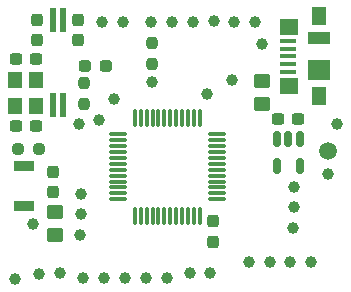
<source format=gbr>
%TF.GenerationSoftware,KiCad,Pcbnew,7.0.6*%
%TF.CreationDate,2024-08-02T03:26:17+05:00*%
%TF.ProjectId,Stm32Board,53746d33-3242-46f6-9172-642e6b696361,rev?*%
%TF.SameCoordinates,Original*%
%TF.FileFunction,Soldermask,Top*%
%TF.FilePolarity,Negative*%
%FSLAX46Y46*%
G04 Gerber Fmt 4.6, Leading zero omitted, Abs format (unit mm)*
G04 Created by KiCad (PCBNEW 7.0.6) date 2024-08-02 03:26:17*
%MOMM*%
%LPD*%
G01*
G04 APERTURE LIST*
G04 Aperture macros list*
%AMRoundRect*
0 Rectangle with rounded corners*
0 $1 Rounding radius*
0 $2 $3 $4 $5 $6 $7 $8 $9 X,Y pos of 4 corners*
0 Add a 4 corners polygon primitive as box body*
4,1,4,$2,$3,$4,$5,$6,$7,$8,$9,$2,$3,0*
0 Add four circle primitives for the rounded corners*
1,1,$1+$1,$2,$3*
1,1,$1+$1,$4,$5*
1,1,$1+$1,$6,$7*
1,1,$1+$1,$8,$9*
0 Add four rect primitives between the rounded corners*
20,1,$1+$1,$2,$3,$4,$5,0*
20,1,$1+$1,$4,$5,$6,$7,0*
20,1,$1+$1,$6,$7,$8,$9,0*
20,1,$1+$1,$8,$9,$2,$3,0*%
G04 Aperture macros list end*
%ADD10C,1.500000*%
%ADD11C,1.000000*%
%ADD12RoundRect,0.237500X0.237500X-0.300000X0.237500X0.300000X-0.237500X0.300000X-0.237500X-0.300000X0*%
%ADD13R,1.700000X0.900000*%
%ADD14RoundRect,0.237500X0.300000X0.237500X-0.300000X0.237500X-0.300000X-0.237500X0.300000X-0.237500X0*%
%ADD15RoundRect,0.237500X-0.237500X0.300000X-0.237500X-0.300000X0.237500X-0.300000X0.237500X0.300000X0*%
%ADD16R,1.200000X1.400000*%
%ADD17RoundRect,0.237500X-0.300000X-0.237500X0.300000X-0.237500X0.300000X0.237500X-0.300000X0.237500X0*%
%ADD18RoundRect,0.150000X-0.150000X0.512500X-0.150000X-0.512500X0.150000X-0.512500X0.150000X0.512500X0*%
%ADD19RoundRect,0.237500X-0.250000X-0.237500X0.250000X-0.237500X0.250000X0.237500X-0.250000X0.237500X0*%
%ADD20RoundRect,0.250000X-0.450000X0.350000X-0.450000X-0.350000X0.450000X-0.350000X0.450000X0.350000X0*%
%ADD21R,1.380000X0.450000*%
%ADD22R,1.300000X1.650000*%
%ADD23R,1.550000X1.425000*%
%ADD24R,1.900000X1.800000*%
%ADD25R,1.900000X1.000000*%
%ADD26R,0.600000X2.100000*%
%ADD27RoundRect,0.237500X-0.237500X0.250000X-0.237500X-0.250000X0.237500X-0.250000X0.237500X0.250000X0*%
%ADD28RoundRect,0.075000X-0.662500X-0.075000X0.662500X-0.075000X0.662500X0.075000X-0.662500X0.075000X0*%
%ADD29RoundRect,0.075000X-0.075000X-0.662500X0.075000X-0.662500X0.075000X0.662500X-0.075000X0.662500X0*%
%ADD30RoundRect,0.237500X0.237500X-0.250000X0.237500X0.250000X-0.237500X0.250000X-0.237500X-0.250000X0*%
%ADD31RoundRect,0.237500X0.287500X0.237500X-0.287500X0.237500X-0.287500X-0.237500X0.287500X-0.237500X0*%
G04 APERTURE END LIST*
D10*
%TO.C,3.3v CPU*%
X180709000Y-85500000D03*
%TD*%
D11*
%TO.C,ADC_VCC0*%
X155764000Y-91720000D03*
%TD*%
%TO.C,A9*%
X177859000Y-90275000D03*
%TD*%
%TO.C,A5*%
X158039000Y-95850000D03*
%TD*%
D12*
%TO.C,C1*%
X156139000Y-76105000D03*
X156139000Y-74380000D03*
%TD*%
D11*
%TO.C,B11*%
X170759000Y-95790000D03*
%TD*%
%TO.C,A13*%
X172609000Y-79525000D03*
%TD*%
%TO.C,A10*%
X177864000Y-88560000D03*
%TD*%
%TO.C,TP2*%
X159664000Y-83230000D03*
%TD*%
D13*
%TO.C,SW1*%
X155024000Y-86760000D03*
X155024000Y-90160000D03*
%TD*%
D14*
%TO.C,C4*%
X156024000Y-77712000D03*
X154299000Y-77712000D03*
%TD*%
D11*
%TO.C,B7*%
X165779000Y-74575000D03*
%TD*%
D15*
%TO.C,C2*%
X159609000Y-74394000D03*
X159609000Y-76119000D03*
%TD*%
D16*
%TO.C,Y2*%
X154274000Y-79460000D03*
X154274000Y-81660000D03*
X155974000Y-81660000D03*
X155974000Y-79460000D03*
%TD*%
D17*
%TO.C,C5*%
X176509000Y-82787500D03*
X178234000Y-82787500D03*
%TD*%
D11*
%TO.C,A6*%
X160034000Y-96270000D03*
%TD*%
%TO.C,TP36*%
X161384000Y-82900000D03*
%TD*%
D18*
%TO.C,U2*%
X178334000Y-84512500D03*
X177384000Y-84512500D03*
X176434000Y-84512500D03*
X176434000Y-86787500D03*
X178334000Y-86787500D03*
%TD*%
D11*
%TO.C,TP9*%
X180759000Y-87487500D03*
%TD*%
D19*
%TO.C,R2*%
X154469000Y-85360000D03*
X156294000Y-85360000D03*
%TD*%
D11*
%TO.C,A2*%
X159744000Y-92590000D03*
%TD*%
D12*
%TO.C,C9*%
X157454000Y-88965000D03*
X157454000Y-87240000D03*
%TD*%
D11*
%TO.C,B2*%
X167134000Y-96270000D03*
%TD*%
%TO.C,B8*%
X163409000Y-74550000D03*
%TD*%
%TO.C,TP3*%
X165859000Y-79700000D03*
%TD*%
%TO.C,B13*%
X175809000Y-94875000D03*
%TD*%
D14*
%TO.C,C3*%
X156046500Y-83420000D03*
X154321500Y-83420000D03*
%TD*%
D11*
%TO.C,TP39*%
X162646500Y-81112500D03*
%TD*%
%TO.C,B10*%
X169034000Y-95790000D03*
%TD*%
%TO.C,B1*%
X165359000Y-96270000D03*
%TD*%
%TO.C,B9*%
X161584000Y-74550000D03*
%TD*%
D15*
%TO.C,C6*%
X171034000Y-91450000D03*
X171034000Y-93175000D03*
%TD*%
D11*
%TO.C,B6*%
X167554000Y-74550000D03*
%TD*%
D20*
%TO.C,FB1*%
X157644000Y-90650000D03*
X157644000Y-92650000D03*
%TD*%
D21*
%TO.C,J1*%
X177324000Y-78775000D03*
X177324000Y-78125000D03*
X177324000Y-77475000D03*
X177324000Y-76825000D03*
X177324000Y-76175000D03*
D22*
X179984000Y-80850000D03*
D23*
X177409000Y-79962500D03*
D24*
X179984000Y-78625000D03*
D25*
X179984000Y-75925000D03*
D23*
X177409000Y-74987500D03*
D22*
X179984000Y-74100000D03*
%TD*%
D11*
%TO.C,A4*%
X156264000Y-95875000D03*
%TD*%
D26*
%TO.C,Y1*%
X158314000Y-81630000D03*
X158314000Y-74430000D03*
X157414000Y-74430000D03*
X157414000Y-81630000D03*
%TD*%
D11*
%TO.C,B5*%
X169304000Y-74550000D03*
%TD*%
%TO.C,B12*%
X174034000Y-94900000D03*
%TD*%
D27*
%TO.C,R1*%
X165844000Y-76325000D03*
X165844000Y-78150000D03*
%TD*%
D11*
%TO.C,A7*%
X161809000Y-96270000D03*
%TD*%
%TO.C,TP1*%
X175184000Y-76460000D03*
%TD*%
D20*
%TO.C,FB2*%
X175134000Y-79562500D03*
X175134000Y-81562500D03*
%TD*%
D28*
%TO.C,U1*%
X162971500Y-84087500D03*
X162971500Y-84587500D03*
X162971500Y-85087500D03*
X162971500Y-85587500D03*
X162971500Y-86087500D03*
X162971500Y-86587500D03*
X162971500Y-87087500D03*
X162971500Y-87587500D03*
X162971500Y-88087500D03*
X162971500Y-88587500D03*
X162971500Y-89087500D03*
X162971500Y-89587500D03*
D29*
X164384000Y-91000000D03*
X164884000Y-91000000D03*
X165384000Y-91000000D03*
X165884000Y-91000000D03*
X166384000Y-91000000D03*
X166884000Y-91000000D03*
X167384000Y-91000000D03*
X167884000Y-91000000D03*
X168384000Y-91000000D03*
X168884000Y-91000000D03*
X169384000Y-91000000D03*
X169884000Y-91000000D03*
D28*
X171296500Y-89587500D03*
X171296500Y-89087500D03*
X171296500Y-88587500D03*
X171296500Y-88087500D03*
X171296500Y-87587500D03*
X171296500Y-87087500D03*
X171296500Y-86587500D03*
X171296500Y-86087500D03*
X171296500Y-85587500D03*
X171296500Y-85087500D03*
X171296500Y-84587500D03*
X171296500Y-84087500D03*
D29*
X169884000Y-82675000D03*
X169384000Y-82675000D03*
X168884000Y-82675000D03*
X168384000Y-82675000D03*
X167884000Y-82675000D03*
X167384000Y-82675000D03*
X166884000Y-82675000D03*
X166384000Y-82675000D03*
X165884000Y-82675000D03*
X165384000Y-82675000D03*
X164884000Y-82675000D03*
X164384000Y-82675000D03*
%TD*%
D11*
%TO.C,A3*%
X154249000Y-96350000D03*
%TD*%
%TO.C,A0*%
X159814000Y-89140000D03*
%TD*%
D30*
%TO.C,R4*%
X160094000Y-81535000D03*
X160094000Y-79710000D03*
%TD*%
D11*
%TO.C,A8*%
X177809000Y-92050000D03*
%TD*%
%TO.C,B4*%
X171054000Y-74525000D03*
%TD*%
D31*
%TO.C,D1*%
X161924000Y-78320000D03*
X160174000Y-78320000D03*
%TD*%
D11*
%TO.C,B3*%
X172779000Y-74550000D03*
%TD*%
%TO.C,B14*%
X177559000Y-94875000D03*
%TD*%
%TO.C,TP10*%
X181509000Y-83175000D03*
%TD*%
%TO.C,A15*%
X174554000Y-74550000D03*
%TD*%
%TO.C,A1*%
X159784000Y-90810000D03*
%TD*%
%TO.C,B15*%
X179309000Y-94875000D03*
%TD*%
%TO.C,B0*%
X163584000Y-96270000D03*
%TD*%
%TO.C,A14*%
X170509000Y-80700000D03*
%TD*%
M02*

</source>
